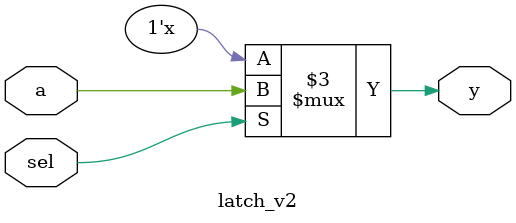
<source format=sv>
module latch_v2
(
  input logic a,
  input logic sel,
  output logic y
);

  always_comb begin
    if (sel)
      y = a;
    else
      y = y;
  end
endmodule

</source>
